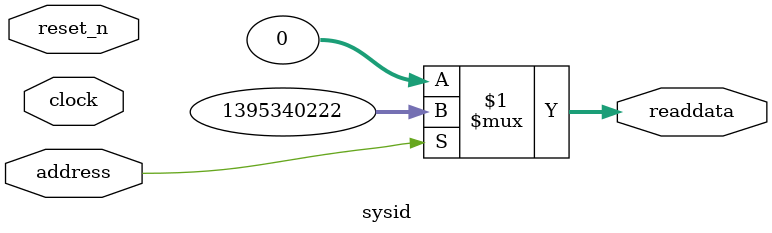
<source format=v>

`timescale 1ns / 1ps
// synthesis translate_on

// turn off superfluous verilog processor warnings 
// altera message_level Level1 
// altera message_off 10034 10035 10036 10037 10230 10240 10030 

module sysid (
               // inputs:
                address,
                clock,
                reset_n,

               // outputs:
                readdata
             )
;

  output  [ 31: 0] readdata;
  input            address;
  input            clock;
  input            reset_n;

  wire    [ 31: 0] readdata;
  //control_slave, which is an e_avalon_slave
  assign readdata = address ? 1395340222 : 0;

endmodule


</source>
